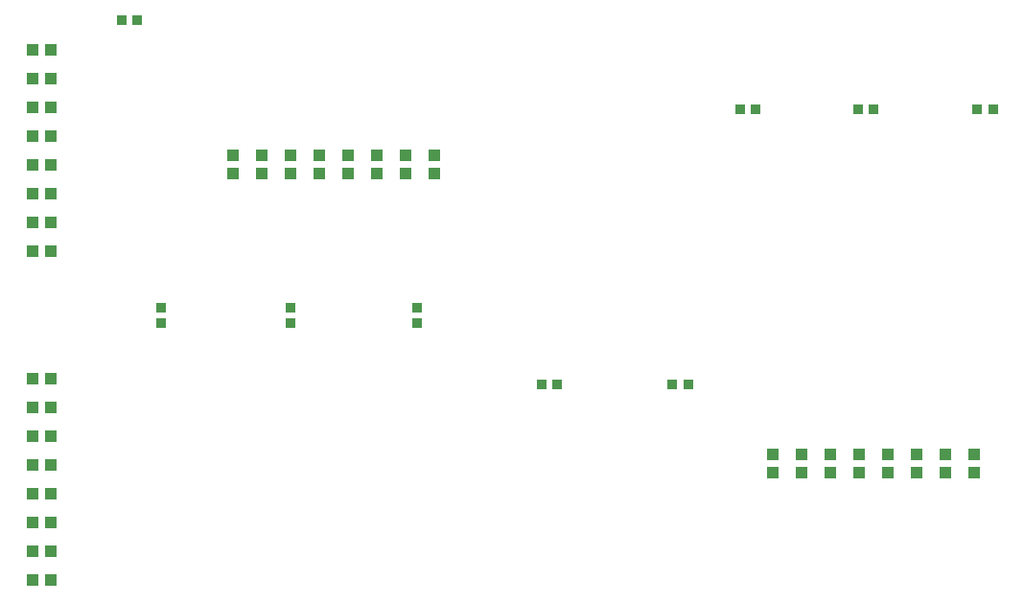
<source format=gbp>
G04 Layer: BottomPasteMaskLayer*
G04 Panelize: , Column: 2, Row: 2, Board Size: 127.89mm x 58.42mm, Panelized Board Size: 257.78mm x 118.84mm*
G04 EasyEDA v6.5.34, 2023-09-05 23:47:00*
G04 23034ade622943b09ef3a65bf2e35728,5a6b42c53f6a479593ecc07194224c93,10*
G04 Gerber Generator version 0.2*
G04 Scale: 100 percent, Rotated: No, Reflected: No *
G04 Dimensions in millimeters *
G04 leading zeros omitted , absolute positions ,4 integer and 5 decimal *
%FSLAX45Y45*%
%MOMM*%

%AMMACRO1*21,1,$1,$2,0,0,$3*%
%ADD10MACRO1,0.8X0.9X0.0000*%
%ADD11MACRO1,0.8X0.9X-90.0000*%
%ADD12MACRO1,1X1.1X-90.0000*%
%ADD13MACRO1,1X1.1X90.0000*%
%ADD14MACRO1,1X1.1X0.0000*%

%LPD*%
D10*
G01*
X3168796Y5511789D03*
G01*
X3028796Y5511789D03*
D11*
G01*
X3378192Y2838319D03*
G01*
X3378192Y2978318D03*
G01*
X4521192Y2838319D03*
G01*
X4521192Y2978318D03*
G01*
X5638792Y2838319D03*
G01*
X5638792Y2978318D03*
D10*
G01*
X6737186Y2298694D03*
G01*
X6877185Y2298694D03*
G01*
X7892860Y2298694D03*
G01*
X8032860Y2298694D03*
G01*
X8629770Y4724389D03*
G01*
X8489770Y4724389D03*
G01*
X9671180Y4724389D03*
G01*
X9531181Y4724389D03*
G01*
X10725270Y4724389D03*
G01*
X10585270Y4724389D03*
D12*
G01*
X4008991Y4164558D03*
G01*
X4008991Y4324558D03*
G01*
X4262991Y4164558D03*
G01*
X4262991Y4324558D03*
G01*
X4516991Y4164558D03*
G01*
X4516991Y4324558D03*
G01*
X4770991Y4164558D03*
G01*
X4770991Y4324558D03*
G01*
X5024991Y4164558D03*
G01*
X5024991Y4324558D03*
G01*
X5278991Y4164558D03*
G01*
X5278991Y4324558D03*
G01*
X5532991Y4164558D03*
G01*
X5532991Y4324558D03*
G01*
X5786991Y4164558D03*
G01*
X5786991Y4324558D03*
G01*
X10299697Y1520184D03*
G01*
X10299697Y1680183D03*
G01*
X9029697Y1520184D03*
G01*
X9029697Y1680183D03*
D13*
G01*
X8775697Y1680194D03*
G01*
X8775697Y1520196D03*
D12*
G01*
X9283697Y1520184D03*
G01*
X9283697Y1680183D03*
G01*
X9537694Y1520184D03*
G01*
X9537694Y1680183D03*
G01*
X9791694Y1520184D03*
G01*
X9791694Y1680183D03*
G01*
X10045694Y1520184D03*
G01*
X10045694Y1680183D03*
D13*
G01*
X10553694Y1680194D03*
G01*
X10553694Y1520196D03*
D14*
G01*
X2244092Y823597D03*
G01*
X2404088Y823597D03*
G01*
X2244092Y2093597D03*
G01*
X2404088Y2093597D03*
G01*
X2404099Y2347597D03*
G01*
X2244103Y2347597D03*
G01*
X2244092Y1839597D03*
G01*
X2404088Y1839597D03*
G01*
X2244092Y1585600D03*
G01*
X2404088Y1585600D03*
G01*
X2244092Y1331600D03*
G01*
X2404088Y1331600D03*
G01*
X2244092Y1077600D03*
G01*
X2404088Y1077600D03*
G01*
X2404099Y569600D03*
G01*
X2244103Y569600D03*
G01*
X2244103Y3478291D03*
G01*
X2404099Y3478291D03*
G01*
X2404088Y3986291D03*
G01*
X2244092Y3986291D03*
G01*
X2404088Y4240291D03*
G01*
X2244092Y4240291D03*
G01*
X2404088Y4494291D03*
G01*
X2244092Y4494291D03*
G01*
X2404088Y4748288D03*
G01*
X2244092Y4748288D03*
G01*
X2244103Y5256288D03*
G01*
X2404099Y5256288D03*
G01*
X2404088Y5002288D03*
G01*
X2244092Y5002288D03*
G01*
X2404088Y3732288D03*
G01*
X2244092Y3732288D03*
M02*

</source>
